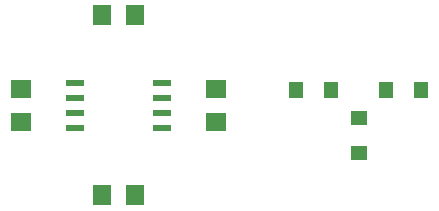
<source format=gtp>
G04 This is an RS-274x file exported by *
G04 gerbv version 2.6A *
G04 More information is available about gerbv at *
G04 http://gerbv.geda-project.org/ *
G04 --End of header info--*
%MOIN*%
%FSLAX34Y34*%
%IPPOS*%
G04 --Define apertures--*
%ADD10R,0.0472X0.0551*%
%ADD11R,0.0551X0.0472*%
%ADD12R,0.0709X0.0630*%
%ADD13R,0.0630X0.0709*%
%ADD14C,0.1969*%
%ADD15R,0.0591X0.0236*%
G04 --Start main section--*
G54D10*
G01X0021079Y0009670D03*
G01X0022261Y0009670D03*
G01X0024079Y0009670D03*
G01X0025261Y0009670D03*
G54D11*
G01X0023170Y0008761D03*
G01X0023170Y0007579D03*
G54D12*
G01X0018420Y0008619D03*
G01X0018420Y0009721D03*
G01X0011920Y0009721D03*
G01X0011920Y0008619D03*
G54D13*
G01X0014619Y0006170D03*
G01X0015721Y0006170D03*
G01X0015721Y0012170D03*
G01X0014619Y0012170D03*
G54D15*
G01X0013713Y0009920D03*
G01X0013713Y0009420D03*
G01X0013713Y0008920D03*
G01X0013713Y0008420D03*
G01X0016621Y0008420D03*
G01X0016621Y0008920D03*
G01X0016621Y0009420D03*
G01X0016621Y0009920D03*
M02*

</source>
